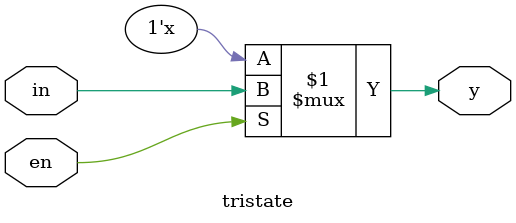
<source format=v>
`timescale 1ns / 1ps
module four_one_tristate(s0,s1,i0,i1,i2,i3,y);
input i0,i1,i2,i3;
input s0,s1;
output y;
wire a0,a1,a2,a3;
wire b0,b1,b2,b3;
decoder DEC(.a(s0),.b(s1),.y0(a0),.y1(a1),.y2(a2),.y3(a3));
tristate T1(.in(i0),.en(a0),.y(b0));
tristate T2(.in(i1),.en(a1),.y(b1));
tristate T3(.in(i2),.en(a2),.y(b2));
tristate T4(.in(i3),.en(a3),.y(b3));
assign y=b0;
assign y=b1;
assign y=b2;
assign y=b3;


endmodule

module decoder(input a,b,output y0,y1,y2,y3);
assign y0=(~a&~b);
assign y1=(~a&b);
assign y2=(a&~b);
assign y3=(a&b);
endmodule

module tristate(input in,en,output y);
assign y=en?in:1'bz;
endmodule





</source>
